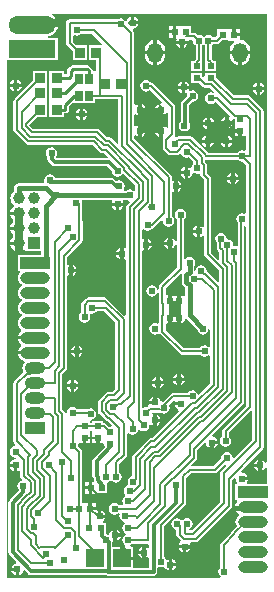
<source format=gbl>
%FSTAX23Y23*%
%MOIN*%
%SFA1B1*%

%IPPOS*%
%ADD13R,0.033470X0.037400*%
%ADD18R,0.019690X0.023620*%
%ADD19R,0.023620X0.019690*%
%ADD23R,0.060000X0.060000*%
%ADD39C,0.008000*%
%ADD40C,0.012000*%
%ADD41C,0.010000*%
%ADD42C,0.025000*%
%ADD43C,0.015000*%
%ADD45R,0.098430X0.039370*%
%ADD46O,0.098430X0.039370*%
%ADD47C,0.039370*%
%ADD48R,0.039370X0.039370*%
%ADD49R,0.068900X0.039370*%
%ADD50O,0.068900X0.039370*%
%ADD51O,0.051180X0.066930*%
%ADD52R,0.157480X0.059060*%
%ADD53O,0.157480X0.059060*%
%ADD54C,0.024000*%
%ADD55R,0.025590X0.033470*%
%ADD56R,0.041340X0.058070*%
%ADD57R,0.060040X0.060040*%
%ADD58R,0.070870X0.070870*%
%LNpowerpcb-1*%
%LPD*%
G36*
X00771Y-00488D02*
X00777Y-00492D01*
X00785Y-00494*
X00787Y-00493*
X00798Y-00504*
Y-00665*
X00793Y-00668*
X00792Y-00667*
X00785Y-00665*
X00777Y-00667*
X00771Y-00671*
X00767Y-00677*
X00765Y-00685*
X00767Y-00692*
X0077Y-00697*
Y-00773*
X00767Y-00775*
X00765Y-00775*
X00758Y-00774*
X00756Y-00771*
X00754Y-00764*
X0075Y-00758*
X00744Y-00754*
X00736Y-00752*
X00734Y-0075*
X00732Y-00742*
X00728Y-00736*
X00722Y-00732*
X00715Y-0073*
X00707Y-00732*
X00701Y-00736*
X00697Y-00742*
X00695Y-0075*
X00697Y-00757*
X00701Y-00763*
X00702Y-00764*
Y-00781*
Y-00781*
X00703Y-00783*
X00703Y-00785*
X00704Y-00787*
X00705Y-00789*
X00709Y-00793*
Y-00818*
X00705Y-0082*
X00681Y-00796*
Y-00549*
X0068Y-00545*
X00677Y-00541*
X00669Y-00533*
Y-00505*
X00668Y-00501*
X00665Y-00497*
X00662Y-00493*
X00662Y-00488*
X00665Y-00486*
X00769*
X00771Y-00488*
G37*
G36*
X00562Y-0129D02*
X00562Y-0129D01*
X00561Y-01292*
X0056Y-01294*
X0058*
Y-01305*
X0056*
X00561Y-01307*
X00565Y-01314*
X00572Y-01318*
X00573Y-01319*
X00575Y-01323*
X00485Y-01413*
X00482*
X00478Y-01414*
X00474Y-01417*
X00422Y-01469*
X00419Y-01473*
X00418Y-01477*
Y-01541*
X00416Y-01541*
X00409Y-01546*
X00405Y-01552*
X00404Y-01559*
X00405Y-01566*
X00405Y-01568*
X00403Y-01571*
X00402Y-01572*
X00396Y-01576*
X00392Y-01582*
X0039Y-0159*
X00392Y-01597*
X00395Y-01602*
X00396Y-01603*
X00394Y-01608*
X00391Y-01611*
X00387Y-01617*
X00385Y-01625*
X00387Y-01632*
X00388Y-01633*
X00385Y-01638*
X00375*
X00373Y-01636*
X00367Y-01632*
X0036Y-0163*
X00352Y-01632*
X00346Y-01636*
X00342Y-01642*
X0034Y-0165*
X00342Y-01657*
X00346Y-01663*
X00352Y-01667*
X0036Y-01669*
X00367Y-01667*
X00373Y-01663*
X00377Y-01666*
X00377Y-01667*
X00375Y-01675*
X00377Y-01682*
X00381Y-01688*
X00387Y-01692*
X00393Y-01694*
X00394Y-01699*
X00391Y-01701*
X00387Y-01707*
X00385Y-01715*
X00387Y-01722*
X00391Y-01728*
X00396Y-01732*
X00397Y-01734*
Y-01735*
X00396Y-01737*
X00391Y-01741*
X00387Y-01747*
X00385Y-01755*
X00387Y-01762*
X00391Y-01768*
X00396Y-01772*
X00395Y-01777*
X0039*
Y-01809*
X00422*
Y-01777*
X00414*
X00413Y-01772*
X00418Y-01768*
X0042Y-01766*
X00473*
X00476Y-01769*
Y-01778*
X00476Y-01778*
X00472Y-0178*
X00471Y-0178*
X00466Y-01777*
X00464Y-01776*
Y-01796*
Y-01815*
X00466Y-01814*
X00471Y-01811*
X00476Y-01813*
Y-01846*
X00422*
Y-0182*
X00385*
Y-01815*
X00379*
Y-01777*
X00353*
Y-01761*
X00356Y-01758*
Y-01738*
Y-01718*
X00354Y-01719*
X00347Y-01723*
X00343Y-0173*
X00342Y-01733*
X00337Y-01736*
X00334Y-01735*
X00332Y-01734*
Y-0172*
X00332Y-01719*
Y-01696*
X00323*
X00321Y-01691*
X00324Y-01689*
X00328Y-01682*
X00329Y-0168*
X0031*
Y-01675*
X00304*
Y-01655*
X00302Y-01656*
X00301Y-01656*
X003Y-01655*
X00279*
Y-0165*
X00273*
Y-0163*
X00261*
Y-0163*
X00257Y-01631*
X00256*
X00251*
Y-0146*
X0025Y-01456*
X00248Y-01452*
X00238Y-01442*
X00239Y-0144*
X00238Y-01436*
X00242Y-01432*
X00254*
Y-01414*
X00265*
Y-01432*
X00279*
Y-01396*
X00279*
X00278Y-01392*
Y-01391*
Y-01389*
X00283Y-01387*
X00286Y-0139*
Y-01391*
Y-01392*
X00285Y-01396*
X00285*
Y-01432*
X00299*
Y-01414*
X0031*
Y-01432*
X00321*
X00325Y-01434*
X00326Y-01436*
X00327Y-01442*
X00327Y-01443*
X0029Y-0148*
X00287Y-01484*
X00286Y-0149*
Y-0154*
X00287Y-01545*
X0029Y-01549*
X00291Y-0155*
Y-01555*
X00291Y-01556*
X00288Y-0156*
X00286*
Y-0158*
Y-01599*
X00298*
Y-01599*
X00302Y-01598*
X00336*
Y-01563*
X00337Y-01562*
X00343Y-01558*
X00345Y-01556*
X0035*
X00351Y-01558*
X00357Y-01562*
X00365Y-01564*
X00372Y-01562*
X00378Y-01558*
X00382Y-01552*
X00384Y-01545*
X00382Y-01537*
X00378Y-01531*
X00376Y-01529*
Y-01499*
X00397Y-01477*
X004Y-01474*
X00401Y-0147*
Y-014*
X00406Y-01398*
X00406Y-01398*
X00412Y-01402*
X0042Y-01404*
X00427Y-01402*
X00433Y-01398*
X00437Y-01392*
X00438Y-01387*
X0044Y-01387*
X00444Y-01386*
X00449Y-01389*
X00457Y-01391*
X00464Y-01389*
X0047Y-01385*
X00474Y-01379*
X00476Y-01372*
X00476Y-01371*
X00479Y-01369*
X0048Y-01369*
X00487Y-01373*
X00489Y-01374*
Y-01355*
Y-01335*
X00489Y-01335*
X00486Y-01332*
X00488Y-01329*
X00512*
X00512Y-01329*
X00517Y-01332*
X00525Y-01334*
X00532Y-01332*
X00538Y-01328*
X00542Y-01322*
X00544Y-01315*
X00542Y-01307*
X00541Y-01304*
X00558Y-01287*
X00562Y-0129*
G37*
G36*
X00581Y-01032D02*
X00583Y-01032D01*
X0059Y-01027*
X00594Y-01021*
X00595Y-01017*
X00596Y-01017*
X006Y-01016*
X00636Y-01051*
X00637Y-01057*
X00641Y-01063*
X00647Y-01067*
X00655Y-01069*
X00662Y-01067*
X00668Y-01063*
X00672Y-01057*
X00673Y-01052*
X00678Y-01053*
Y-01109*
X00673Y-01111*
X00673Y-01111*
X00667Y-01107*
X0066Y-01105*
X00652Y-01107*
X00646Y-01111*
X00644Y-01113*
X00589*
X0053Y-01054*
Y-01033*
X00535Y-01031*
X00536Y-01032*
X00538Y-01032*
Y-01013*
X0055*
Y-01032*
X00552Y-01032*
X00558Y-01027*
X00561*
X00567Y-01032*
X00569Y-01032*
Y-01013*
X00581*
Y-01032*
G37*
G36*
X00586Y-00866D02*
X00586Y-00867D01*
X00585Y-00872*
Y-00894*
X00586Y-009*
X00589Y-00905*
X00595Y-00911*
Y-0094*
X0059Y-00942*
X0059Y-00942*
X00583Y-00937*
X00581Y-00937*
Y-00956*
X00569*
Y-00937*
X00567Y-00937*
X00561Y-00942*
X00558*
X00552Y-00937*
X0055Y-00937*
Y-00956*
X00538*
Y-00937*
X00536Y-00937*
X00535Y-00938*
X0053Y-00936*
Y-00915*
X00582Y-00863*
X00586Y-00866*
G37*
G36*
X00402Y-00622D02*
X00408Y-00624D01*
X0041Y-00629*
X00402Y-00637*
X00399Y-0064*
X00398Y-00645*
Y-0078*
X00394Y-00782*
X00392Y-00781*
X0039Y-0078*
Y-008*
Y-00819*
X00392Y-00818*
X00394Y-00817*
X00398Y-00819*
Y-01004*
X00393Y-01006*
X00336Y-00949*
X00332Y-00946*
X00328Y-00945*
X00273*
X00268Y-00946*
X00265Y-00949*
X00252Y-00962*
X00249Y-00965*
X00248Y-0097*
Y-00994*
X00246Y-00996*
X00242Y-01002*
X0024Y-0101*
X00242Y-01017*
X00246Y-01023*
X00252Y-01027*
X0026Y-01029*
X00267Y-01027*
X00273Y-01023*
X00277Y-01017*
X00279Y-0101*
X00278Y-01003*
X00279Y-01001*
X00281Y-00998*
X00285Y-00999*
X00292Y-00997*
X00298Y-00993*
X003Y-00991*
X00325*
X00363Y-01029*
Y-0125*
X00353Y-0126*
X00339*
X00334Y-01261*
X00331Y-01264*
X00309Y-01286*
X00306Y-01289*
X00305Y-01294*
Y-01325*
X00306Y-0133*
X00309Y-01333*
X00331Y-01355*
X00334Y-01358*
X00338Y-01358*
X0035Y-01371*
X00348Y-01376*
X00345Y-01375*
X00342Y-01376*
X00333Y-01367*
X00329Y-01364*
X00325Y-01364*
X00323Y-01359*
Y-01358*
X00286*
Y-01364*
X00278*
Y-01359*
X00279Y-01357*
X0028Y-01354*
X00287Y-01352*
X00293Y-01348*
X00297Y-01342*
X00299Y-01335*
X00297Y-01327*
X00293Y-01321*
X00287Y-01317*
X0028Y-01315*
X00272Y-01317*
X0027Y-01318*
X00235*
X00233Y-01316*
X00227Y-01312*
X0022Y-0131*
X00212Y-01312*
X00206Y-01316*
X00202Y-01322*
X002Y-0133*
X00195Y-0133*
X00195Y-01329*
X00193Y-01325*
X00186Y-01318*
Y-012*
X00197Y-01189*
X002Y-01185*
X00201Y-01181*
Y-00875*
X00205Y-00872*
X00207Y-00873*
X00209Y-00874*
Y-00855*
Y-00835*
X00207Y-00836*
X00205Y-00837*
X00201Y-00835*
Y-00812*
X0025Y-00762*
X00253Y-00758*
X00254Y-00754*
Y-00692*
X00253Y-00687*
X00251Y-00684*
Y-00632*
X00251Y-00631*
X00251Y-0063*
Y-0063*
X0025Y-00625*
X0025Y-00625*
X0025Y-00624*
X00251Y-00621*
X00252Y-00619*
X0035*
X00352Y-00624*
X00351Y-00627*
X0035Y-00629*
X00389*
X00388Y-00627*
X00387Y-00624*
X00389Y-00619*
X00397*
X00402Y-00622*
G37*
G36*
X00798Y-00709D02*
Y-01306D01*
X00722Y-01383*
X00719Y-01386*
X00718Y-01391*
Y-01409*
X00716Y-01411*
X00712Y-01417*
X0071Y-01425*
X00712Y-01432*
X00716Y-01438*
X00722Y-01442*
X0073Y-01444*
X00737Y-01442*
X00743Y-01438*
X00747Y-01432*
X00749Y-01425*
X00747Y-01417*
X00743Y-01411*
X00741Y-01409*
Y-01395*
X00813Y-01323*
X00818Y-01325*
Y-0142*
X00759Y-0148*
X00753Y-01478*
X00752Y-01472*
X00748Y-01466*
X00742Y-01462*
X00735Y-0146*
X00727Y-01462*
X00721Y-01466*
X00717Y-01472*
X00715Y-0148*
X00716Y-01482*
X0069Y-01508*
X00618*
X00616Y-01504*
X00632Y-01487*
X00635Y-01484*
X00636Y-0148*
Y-01454*
X00659Y-01431*
X00665Y-01432*
X00666Y-01437*
X0067Y-01444*
X00677Y-01448*
X00679Y-01449*
Y-0143*
X00685*
Y-01424*
X00704*
X00703Y-01422*
X00699Y-01415*
X00692Y-01411*
X00687Y-0141*
X00686Y-01404*
X00788Y-01302*
X00791Y-01298*
X00791Y-01294*
Y-00858*
X00792Y-00858*
X00793Y-00853*
Y-00707*
X00793Y-00706*
X00798Y-00709*
G37*
G36*
X00868Y-01495D02*
X00867Y-01495D01*
X00863Y-01496*
X00859Y-0149*
X00852Y-01486*
X0085Y-01485*
Y-01505*
Y-01524*
X00852Y-01523*
X00859Y-01519*
X00863Y-01513*
X00867Y-01514*
X00868Y-01514*
Y-01568*
X00801*
X008Y-01563*
X00803Y-01557*
X00804Y-01555*
X00785*
Y-01544*
X00804*
X00803Y-01542*
X00799Y-01535*
X00792Y-01531*
X00785Y-01529*
X00784Y-01529*
X00782Y-01525*
X00853Y-01453*
X00856Y-01449*
X00857Y-01445*
Y-00323*
X00856Y-00319*
X00853Y-00315*
X00814Y-00276*
X0081Y-00273*
X00806Y-00272*
Y-00272*
X00758*
X00698Y-00212*
Y-00197*
X00661*
Y-00206*
X00656Y-0021*
X00655Y-0021*
X00653Y-00208*
Y-00197*
X00616*
Y-00231*
X00643*
X00655Y-00243*
X00659Y-00245*
X00663Y-00246*
X00678*
X00691Y-00259*
X0069Y-00261*
X00688Y-00263*
X00681Y-00262*
X00674Y-00263*
X00668Y-00268*
X00663Y-00274*
X00662Y-00281*
X00663Y-00289*
X00668Y-00295*
X00674Y-00299*
X00681Y-00301*
X00689Y-00299*
X00695Y-00295*
X00699Y-00295*
X00745Y-00341*
X00742Y-00345*
X00742Y-00345*
X0074Y-00344*
Y-00357*
X00753*
X00752Y-00356*
X00751Y-00353*
X00754Y-00349*
X00755Y-0035*
X0076Y-00351*
X0076Y-00356*
Y-00367*
X0076Y-00372*
X0076*
Y-00384*
X00779*
Y-0039*
X00785*
Y-00407*
X00798*
Y-00455*
X00793Y-00458*
X00792Y-00457*
X00785Y-00455*
X00777Y-00457*
X00771Y-00461*
X00769Y-00463*
X00672*
X00621Y-00412*
X00617Y-00409*
X00613Y-00408*
X00572*
X00568Y-00409*
X00564Y-00412*
X00563Y-00412*
X00562Y-00412*
X0056Y-00407*
X0056Y-00406*
X00561Y-00402*
Y-0031*
X0056Y-00305*
X00557Y-00302*
X00487Y-00232*
X00484Y-00229*
X0048Y-00228*
X00478Y-00226*
X00472Y-00222*
X00465Y-0022*
X00457Y-00222*
X00451Y-00226*
X00447Y-00232*
X00445Y-0024*
X00447Y-00247*
X00451Y-00253*
X00457Y-00257*
X00465Y-00259*
X00472Y-00257*
X00478Y-00254*
X00519Y-00294*
X00516Y-00299*
X00515Y-00299*
X00507Y-003*
X00501Y-00305*
X00496Y-00311*
X00496Y-00313*
X00515*
Y-00319*
X00521*
Y-00338*
X00523Y-00338*
X00529Y-00333*
X00531Y-00331*
X00537Y-0033*
X00538Y-00331*
Y-00378*
X00537Y-00379*
X00531Y-00378*
X00529Y-00376*
X00523Y-00371*
X00521Y-00371*
Y-0039*
Y-00411*
X00522Y-00414*
X00521Y-00416*
X0052Y-0042*
Y-00447*
X00521Y-00451*
X00523Y-00453*
X00524Y-00454*
X00537Y-00467*
X00539Y-00469*
X0054Y-0047*
X00542Y-0047*
X00545Y-00471*
X00568*
X00572Y-0047*
X00575Y-00467*
X00577Y-00466*
X0058Y-00467*
X00582Y-00468*
X00586Y-00474*
X00592Y-00478*
X006Y-00479*
X00607Y-00478*
X00607Y-00478*
X00623Y-00493*
Y-00499*
X00621Y-00501*
X00617Y-00507*
X00616Y-00511*
X0061Y-00513*
X00607Y-00511*
X00605Y-0051*
Y-0053*
Y-00549*
X00607Y-00548*
X00614Y-00544*
X00618Y-00537*
X00619Y-00533*
X00625Y-00531*
X00627Y-00532*
X00635Y-00534*
X00641Y-00533*
X00643Y-00533*
X00646Y-00535*
Y-00537*
X00647Y-00542*
X0065Y-00545*
X00658Y-00554*
Y-00708*
X00656Y-00709*
X00653Y-0071*
X00647Y-00706*
X00645Y-00705*
Y-00725*
Y-00744*
X00647Y-00743*
X00653Y-00739*
X00656Y-0074*
X00658Y-00741*
Y-00801*
X00659Y-00805*
X00662Y-00809*
X00708Y-00855*
Y-00891*
X00704Y-00893*
X0067Y-0086*
X00668Y-00858*
X00668Y-00858*
X00666Y-0085*
X00662Y-00844*
X00656Y-0084*
X00649Y-00838*
X00641Y-0084*
X00635Y-00844*
X00631Y-0085*
X00629Y-00857*
X00624Y-00856*
Y-00842*
X00627Y-00837*
X00629Y-0083*
X00627Y-00822*
X00623Y-00816*
X00617Y-00812*
X0061Y-0081*
X00602Y-00812*
X00596Y-00816*
X00596Y-00816*
X00591Y-00814*
Y-00685*
X00593Y-00683*
X00597Y-00677*
X00599Y-0067*
X00597Y-00662*
X00593Y-00656*
X00587Y-00652*
X0058Y-0065*
X00572Y-00652*
X00566Y-00656*
X00562Y-00662*
X0056Y-0067*
X00562Y-00677*
X00566Y-00683*
X00568Y-00685*
Y-00757*
X00563Y-00757*
X00563Y-00757*
X00559Y-0075*
X00552Y-00746*
X0055Y-00745*
Y-00765*
Y-00784*
X00552Y-00783*
X00559Y-00779*
X00563Y-00772*
X00563Y-00772*
X00568Y-00772*
Y-00845*
X00511Y-00902*
X00509Y-00906*
X00508Y-0091*
Y-00918*
X00503Y-00919*
X00502Y-00917*
X00498Y-00911*
X00492Y-00907*
X00485Y-00905*
X00477Y-00907*
X00471Y-00911*
X00467Y-00917*
X00465Y-00925*
X00467Y-00932*
X00471Y-00938*
X00477Y-00942*
X00485Y-00944*
X00492Y-00942*
X00498Y-00938*
X00502Y-00932*
X00503Y-0093*
X00508Y-00931*
Y-00964*
X00508Y-00966*
Y-01003*
X00508Y-01005*
Y-01005*
Y-0103*
X00503Y-01033*
X00502Y-01032*
X00495Y-0103*
X00487Y-01032*
X00481Y-01036*
X00477Y-01042*
X00475Y-0105*
X00477Y-01057*
X00481Y-01063*
X00487Y-01067*
X00495Y-01069*
X00502Y-01067*
X00504Y-01066*
X00511Y-01067*
X00577Y-01132*
X0058Y-01135*
X00585Y-01136*
X00644*
X00646Y-01138*
X00652Y-01142*
X0066Y-01144*
X00667Y-01142*
X00673Y-01138*
X00673Y-01138*
X00678Y-0114*
Y-01232*
X00642Y-01269*
X00639Y-01268*
X00637Y-01267*
X00633Y-01261*
X00627Y-01257*
X0062Y-01255*
X00612Y-01257*
X00606Y-01261*
X00604Y-01263*
X00555*
Y-01263*
X0055Y-01264*
X00547Y-01267*
X0052Y-01293*
X00514Y-01292*
X00513Y-01287*
X00509Y-0128*
X00502Y-01276*
X005Y-01275*
Y-01295*
X00495*
Y-013*
X00475*
X00476Y-01302*
X00476Y-01302*
X00473Y-01307*
X00472Y-01307*
X00469Y-0131*
X00467Y-01311*
X00465Y-0131*
X00457Y-01312*
X00456Y-01313*
X00451Y-0131*
Y-0079*
X00455Y-00787*
X00457Y-00788*
X00459Y-00789*
Y-0077*
Y-0075*
X00457Y-00751*
X00455Y-00752*
X00451Y-0075*
Y-0072*
X00456Y-00718*
X00456Y-00718*
X00462Y-00722*
X0047Y-00724*
X00477Y-00722*
X00483Y-00718*
X00485Y-00716*
X00489Y-00715*
X00492Y-00712*
X00515Y-00689*
X00521Y-00691*
X00522Y-00697*
X00526Y-00703*
X00532Y-00707*
X0054Y-00709*
X00547Y-00707*
X00553Y-00703*
X00557Y-00697*
X00559Y-0069*
X00557Y-00682*
X00553Y-00676*
X00551Y-00675*
Y-00595*
X00556Y-00593*
X00557Y-00593*
X00559Y-00594*
Y-00575*
Y-00555*
X00557Y-00556*
X00556Y-00556*
X00551Y-00554*
Y-00545*
X0055Y-00541*
X00548Y-00537*
X00426Y-00415*
Y-00407*
X00431Y-00405*
X00436Y-00409*
X00438Y-00409*
Y-0039*
Y-00371*
X00436Y-00371*
X00431Y-00375*
X00426Y-00373*
Y-00336*
X00431Y-00334*
X00436Y-00338*
X00438Y-00338*
Y-00319*
Y-003*
X00436Y-003*
X00431Y-00304*
X00426Y-00302*
Y-00065*
X00425Y-0006*
X00422Y-00057*
X00421Y-00055*
X00422Y-00049*
X00427Y-00048*
X00434Y-00044*
X00438Y-00037*
X00439Y-00035*
X0042*
Y-0003*
X00414*
Y-0001*
X00412Y-00011*
X00405Y-00015*
X00401Y-00022*
X00401Y-00023*
X00395Y-00024*
X00393Y-00021*
X00387Y-00017*
X0038Y-00015*
X00372Y-00017*
X0037Y-00018*
X0021*
X00205Y-00019*
X00202Y-00022*
X00199Y-00025*
X00198Y-0003*
Y-00097*
X00199Y-00102*
X00202Y-00105*
X0022Y-00124*
Y-00155*
X00267*
Y-00104*
X00232*
X00221Y-00093*
Y-00074*
X00226Y-00071*
X00227Y-00072*
X00235Y-00074*
X00242Y-00072*
X00248Y-00068*
X0025Y-00066*
X00285*
X00318Y-00099*
X00316Y-00104*
X00275*
Y-00155*
X00298*
Y-00188*
X00296Y-00192*
X00288*
Y-00191*
X00288Y-00187*
X00285Y-00183*
X00278Y-00176*
X00274Y-00173*
X0027Y-00172*
X0022*
X00215Y-00173*
X00211Y-00176*
X00206Y-00181*
X00203Y-00185*
X00202Y-0019*
Y-00202*
X0019*
Y-00189*
X00143*
Y-0024*
Y-0029*
Y-00294*
Y-00295*
Y-00345*
X0019*
Y-00332*
X00196*
X00201Y-00331*
X00205Y-00328*
X00208Y-00324*
X00209Y-0032*
Y-00308*
X00218Y-00298*
X00223Y-00297*
X00296*
Y-00284*
X00373*
Y-00431*
X00369Y-00433*
X00351Y-00415*
X00348Y-00413*
X00343Y-00412*
X00335*
X0031Y-00387*
X00306Y-00384*
X00302Y-00383*
Y-00383*
X00089*
X00076Y-00371*
X00102Y-00345*
X00135*
Y-00294*
Y-0029*
Y-00289*
Y-0024*
Y-00189*
X00088*
Y-00222*
X00085Y-00225*
X00082Y-00227*
X00027Y-00283*
X00024Y-00286*
X00023Y-00291*
Y-00387*
X00024Y-00391*
X00027Y-00395*
X00064Y-00432*
X00068Y-00435*
X00072Y-00436*
X00285*
X0031Y-00461*
X00314Y-00464*
X00318Y-00465*
X00326*
X00338Y-00476*
X00336Y-00481*
X00167*
X00164Y-00477*
X00167Y-00472*
X00169Y-00465*
X00167Y-00457*
X00163Y-00451*
X00157Y-00447*
X0015Y-00445*
X00142Y-00447*
X00136Y-00451*
X00132Y-00457*
X0013Y-00465*
X00132Y-00472*
X00136Y-00478*
X00136Y-00478*
Y-00485*
X00137Y-0049*
X0014Y-00494*
X0015Y-00504*
X00154Y-00507*
X0016Y-00508*
X00334*
X0035Y-00524*
X0035Y-00525*
X00352Y-00532*
X00356Y-00538*
X00362Y-00542*
X0037Y-00544*
X00377Y-00542*
X00383Y-00538*
X00385Y-00535*
X00392Y-00535*
X00428Y-00572*
Y-00589*
X00423Y-00591*
X00423Y-00591*
X00417Y-00587*
X0041Y-00585*
X00402Y-00587*
X00398Y-00589*
X00393Y-00589*
X00391Y-00584*
X00392Y-00582*
X00394Y-00575*
X00392Y-00567*
X00388Y-00561*
X00382Y-00557*
X00375Y-00555*
X00367Y-00557*
X00366Y-00557*
X00359Y-0055*
X00355Y-00547*
X0035Y-00546*
X00162*
X00158Y-00541*
X00152Y-00537*
X00145Y-00535*
X00137Y-00537*
X00131Y-00541*
X00127Y-00547*
X00125Y-00555*
X00126Y-0056*
X00123Y-00565*
X0004*
X00034Y-00566*
X00029Y-00569*
X00026Y-00574*
X00025Y-0058*
Y-00592*
X0002Y-00595*
X00016Y-00601*
X00014Y-00608*
X00013Y-00615*
X00014Y-00621*
X00016Y-00628*
X0002Y-00634*
X00024Y-00636*
X00024Y-00636*
X00024Y-00642*
X0002Y-00645*
X00015Y-00651*
X00013Y-00657*
X00012Y-00659*
X0004*
Y-0067*
X00012*
X00013Y-00672*
X00015Y-00678*
X0002Y-00684*
X00023Y-00686*
Y-00693*
X0002Y-00695*
X00015Y-00701*
X00013Y-00707*
X00012Y-00709*
X0004*
Y-0072*
X00012*
X00013Y-00722*
X00015Y-00728*
X0002Y-00734*
X00023Y-00736*
Y-00743*
X0002Y-00745*
X00015Y-00751*
X00013Y-00757*
X00012Y-00759*
X0004*
Y-00765*
X00045*
Y-00792*
X00047Y-00791*
X00053Y-00789*
X00058Y-00785*
X00063Y-00787*
Y-00791*
X00115*
Y-00803*
X00038*
Y-00856*
X00043*
X00045Y-00858*
X00045Y-00861*
X00042Y-00866*
X00039Y-00873*
X00038Y-0088*
X00039Y-00886*
X00042Y-00893*
X00046Y-00899*
X0005Y-00901*
X0005Y-00902*
Y-00907*
X0005Y-00908*
X00046Y-0091*
X00042Y-00916*
X00039Y-00923*
X00038Y-0093*
X00039Y-00936*
X00042Y-00943*
X00046Y-00949*
X0005Y-00951*
X0005Y-00952*
Y-00957*
X0005Y-00958*
X00046Y-0096*
X00042Y-00966*
X00039Y-00973*
X00038Y-0098*
X00039Y-00986*
X00042Y-00993*
X00046Y-00999*
X0005Y-01001*
X0005Y-01002*
Y-01007*
X0005Y-01008*
X00046Y-0101*
X00042Y-01016*
X00039Y-01023*
X00038Y-0103*
X00039Y-01036*
X00042Y-01043*
X00046Y-01049*
X00049Y-01051*
X00049Y-01051*
X00049Y-01057*
X00045Y-0106*
X00041Y-01066*
X00038Y-01072*
X00038Y-01074*
X00095*
Y-01085*
X00038*
X00038Y-01087*
X00041Y-01093*
X00045Y-01099*
X00048Y-01101*
Y-01108*
X00045Y-0111*
X00041Y-01116*
X00038Y-01122*
X00038Y-01124*
X00095*
Y-01135*
X00038*
X00038Y-01137*
X00041Y-01143*
X00045Y-01149*
X00051Y-01154*
X00058Y-01156*
X00058Y-01156*
X0006Y-01162*
X00056Y-01166*
X00054Y-01173*
X00053Y-0118*
X00054Y-01186*
X00056Y-01193*
X00057Y-01193*
X00026Y-01224*
X00024Y-01228*
X00023Y-01232*
Y-01425*
X00024Y-01429*
X00026Y-01433*
X00029Y-01435*
X00027Y-01441*
X00022Y-01442*
X00016Y-01446*
X00012Y-01452*
X0001Y-0146*
X00012Y-01467*
X00016Y-01473*
X00022Y-01477*
X00029Y-01479*
X0003Y-01479*
X0003Y-01479*
X0003Y-0148*
X00027Y-01485*
X00022Y-01486*
X00015Y-0149*
X00011Y-01497*
X0001Y-01499*
X0003*
Y-01505*
X00035*
Y-01524*
X00037Y-01523*
X0004Y-01521*
X00045Y-01524*
Y-01539*
X00046Y-01543*
X00049Y-01547*
X00052Y-0155*
X00051Y-01556*
X00047Y-01557*
X00041Y-01561*
X00037Y-01567*
X00035Y-01575*
X00037Y-01582*
X00041Y-01588*
X00038Y-01592*
X0001Y-0162*
X00007Y-01624*
X00006Y-01629*
Y-01795*
X00007Y-018*
X0001Y-01804*
X00033Y-01827*
X00031Y-01832*
X00028Y-01833*
X00021Y-01837*
X00017Y-01844*
X00016Y-01846*
X00036*
Y-01852*
X00041*
Y-01871*
X00043Y-0187*
X0005Y-01866*
X00054Y-01859*
X00055Y-01856*
X0006Y-01854*
X00072Y-01866*
X00076Y-01869*
X00082Y-0187*
X00254*
X00259Y-01871*
X0033*
X0033Y-01871*
X00331Y-01872*
X00337Y-01873*
X0049*
X00495Y-01872*
X00499Y-01869*
X00502Y-01865*
X00503Y-0186*
Y-01846*
X00505Y-01845*
X00508Y-01844*
X00515Y-01845*
X00522Y-01844*
X00522Y-01844*
X00528Y-01846*
X00531Y-01851*
X00538Y-01855*
X0054Y-01856*
Y-01837*
Y-01817*
X00538Y-01818*
X00535Y-0182*
X00532Y-01819*
X00528Y-01812*
X00526Y-01811*
Y-01708*
X00595Y-01638*
X00598Y-01635*
X00599Y-01631*
Y-01546*
X00614Y-01531*
X00695*
X00699Y-0153*
X00702Y-01527*
X00728Y-01501*
X00729Y-01502*
X00731Y-01507*
X00717Y-01522*
X00714Y-01525*
X00713Y-0153*
Y-01627*
X00618Y-01722*
X0061*
X00609Y-01718*
X00609Y-01717*
X00615Y-01713*
X00619Y-01707*
X00621Y-017*
X00619Y-01692*
X00615Y-01686*
X00609Y-01682*
X00602Y-0168*
X00594Y-01682*
X00588Y-01686*
X00587Y-01687*
X00582*
X00576Y-01683*
X00569Y-01681*
X00561Y-01683*
X00555Y-01687*
X00551Y-01693*
X00549Y-01701*
X00551Y-01708*
X00555Y-01714*
X00561Y-01718*
X00566Y-01719*
Y-01736*
X00567Y-0174*
X0057Y-01744*
X0058Y-01755*
X00579Y-01761*
X00579Y-01761*
X00575Y-01768*
X00574Y-0177*
X00613*
X00612Y-01768*
X00611Y-01766*
X00614Y-01761*
X0063*
X00634Y-0176*
X00637Y-01757*
X00748Y-01646*
X00751Y-01643*
X00752Y-01639*
Y-01555*
X0076Y-01547*
X00764Y-01549*
X00764Y-0155*
X00766Y-01557*
X00769Y-01563*
X00768Y-01568*
X00763*
Y-01621*
X00767*
X00769Y-01626*
X00766Y-01631*
X00763Y-01637*
X00763Y-01639*
X0082*
Y-0165*
X00763*
X00763Y-01652*
X00766Y-01658*
X0077Y-01664*
X00774Y-01667*
X00774Y-01673*
X00774Y-01673*
X00771Y-01675*
X00767Y-01681*
X00764Y-01688*
X00763Y-01695*
X00764Y-01701*
X00767Y-01708*
X00767Y-01708*
X00751Y-01724*
X00749Y-01728*
X00749Y-0173*
X00717Y-01762*
X00714Y-01765*
X00713Y-0177*
Y-01844*
X00711Y-01846*
X00707Y-01852*
X00705Y-0186*
X00707Y-01867*
X00711Y-01873*
X00714Y-01875*
X00713Y-0188*
X0*
Y-00153*
X0017*
Y-0008*
X00138*
X00138Y-00075*
X00143Y-00074*
X00153Y-0007*
X0016Y-00064*
X00166Y-00057*
X0017Y-00047*
X00171Y-00044*
X00085*
Y-00032*
X00171*
X0017Y-00028*
X00166Y-00019*
X0016Y-00011*
X00153Y-00005*
X00151Y-00005*
X00152Y0*
X00868*
Y-01495*
G37*
%LNpowerpcb-2*%
%LPC*%
G36*
X00379Y-00805D02*
X00365D01*
X00366Y-00807*
X0037Y-00814*
X00377Y-00818*
X00379Y-00819*
Y-00805*
G37*
G36*
X00234Y-0086D02*
X0022D01*
Y-00874*
X00222Y-00873*
X00229Y-00869*
X00233Y-00862*
X00234Y-0086*
G37*
G36*
X0022Y-00835D02*
Y-00849D01*
X00234*
X00233Y-00847*
X00229Y-0084*
X00222Y-00836*
X0022Y-00835*
G37*
G36*
X0058Y-012D02*
Y-01214D01*
X00594*
X00593Y-01212*
X00589Y-01205*
X00582Y-01201*
X0058Y-012*
G37*
G36*
X00569D02*
X00567Y-01201D01*
X0056Y-01205*
X00556Y-01212*
X00555Y-01214*
X00569*
Y-012*
G37*
G36*
X0051Y-0121D02*
Y-01224D01*
X00524*
X00523Y-01222*
X00519Y-01215*
X00512Y-01211*
X0051Y-0121*
G37*
G36*
X00229Y-0113D02*
X00215D01*
X00216Y-01132*
X0022Y-01139*
X00227Y-01143*
X00229Y-01144*
Y-0113*
G37*
G36*
X0024Y-01105D02*
Y-01119D01*
X00254*
X00253Y-01117*
X00249Y-0111*
X00242Y-01106*
X0024Y-01105*
G37*
G36*
X00229D02*
X00227Y-01106D01*
X0022Y-0111*
X00216Y-01117*
X00215Y-01119*
X00229*
Y-01105*
G37*
G36*
X00254Y-0113D02*
X0024D01*
Y-01144*
X00242Y-01143*
X00249Y-01139*
X00253Y-01132*
X00254Y-0113*
G37*
G36*
X00389Y-0064D02*
X00375D01*
Y-00654*
X00377Y-00653*
X00384Y-00649*
X00388Y-00642*
X00389Y-0064*
G37*
G36*
X00364D02*
X0035D01*
X00351Y-00642*
X00355Y-00649*
X00362Y-00653*
X00364Y-00654*
Y-0064*
G37*
G36*
X00634Y-00705D02*
X00632Y-00706D01*
X00625Y-0071*
X00621Y-00717*
X0062Y-00719*
X00634*
Y-00705*
G37*
G36*
X00584Y-0058D02*
X0057D01*
Y-00594*
X00572Y-00593*
X00579Y-00589*
X00583Y-00582*
X00584Y-0058*
G37*
G36*
X00774Y-00555D02*
X0076D01*
Y-00569*
X00762Y-00568*
X00769Y-00564*
X00773Y-00557*
X00774Y-00555*
G37*
G36*
X00749D02*
X00735D01*
X00736Y-00557*
X0074Y-00564*
X00747Y-00568*
X00749Y-00569*
Y-00555*
G37*
G36*
X0057D02*
Y-00569D01*
X00584*
X00583Y-00567*
X00579Y-0056*
X00572Y-00556*
X0057Y-00555*
G37*
G36*
X00484Y-00775D02*
X0047D01*
Y-00789*
X00472Y-00788*
X00479Y-00784*
X00483Y-00777*
X00484Y-00775*
G37*
G36*
X00034Y-0077D02*
X00012D01*
X00013Y-00772*
X00015Y-00778*
X0002Y-00784*
X00026Y-00789*
X00032Y-00791*
X00034Y-00792*
Y-0077*
G37*
G36*
X00379Y-0078D02*
X00377Y-00781D01*
X0037Y-00785*
X00366Y-00792*
X00365Y-00794*
X00379*
Y-0078*
G37*
G36*
X00539Y-0077D02*
X00525D01*
X00526Y-00772*
X0053Y-00779*
X00537Y-00783*
X00539Y-00784*
Y-0077*
G37*
G36*
X00634Y-0073D02*
X0062D01*
X00621Y-00732*
X00625Y-00739*
X00632Y-00743*
X00634Y-00744*
Y-0073*
G37*
G36*
X00539Y-00745D02*
X00537Y-00746D01*
X0053Y-0075*
X00526Y-00757*
X00525Y-00759*
X00539*
Y-00745*
G37*
G36*
X0047Y-0075D02*
Y-00764D01*
X00484*
X00483Y-00762*
X00479Y-00755*
X00472Y-00751*
X0047Y-0075*
G37*
G36*
X00499Y-0121D02*
X00497Y-01211D01*
X0049Y-01215*
X00486Y-01222*
X00485Y-01224*
X00499*
Y-0121*
G37*
G36*
X00315Y-01655D02*
Y-01669D01*
X00329*
X00328Y-01667*
X00324Y-0166*
X00317Y-01656*
X00315Y-01655*
G37*
G36*
X00367Y-01718D02*
Y-01732D01*
X00381*
X0038Y-0173*
X00376Y-01723*
X00369Y-01719*
X00367Y-01718*
G37*
G36*
X00381Y-01743D02*
X00367D01*
Y-01757*
X00369Y-01756*
X00376Y-01752*
X0038Y-01745*
X00381Y-01743*
G37*
G36*
X00297Y-0163D02*
X00285D01*
Y-01644*
X00297*
Y-0163*
G37*
G36*
X00839Y-0151D02*
X00825D01*
X00826Y-01512*
X0083Y-01519*
X00837Y-01523*
X00839Y-01524*
Y-0151*
G37*
G36*
X00274Y-0156D02*
X00262D01*
Y-01574*
X00274*
Y-0156*
G37*
G36*
Y-01585D02*
X00262D01*
Y-01599*
X00274*
Y-01585*
G37*
G36*
X00551Y-01817D02*
Y-01831D01*
X00565*
X00564Y-01829*
X0056Y-01822*
X00553Y-01818*
X00551Y-01817*
G37*
G36*
X00565Y-01842D02*
X00551D01*
Y-01856*
X00553Y-01855*
X0056Y-01851*
X00564Y-01844*
X00565Y-01842*
G37*
G36*
X0003Y-01857D02*
X00016D01*
X00017Y-01859*
X00021Y-01866*
X00028Y-0187*
X0003Y-01871*
Y-01857*
G37*
G36*
X00453Y-01801D02*
X00439D01*
X0044Y-01803*
X00444Y-0181*
X00451Y-01814*
X00453Y-01815*
Y-01801*
G37*
G36*
Y-01776D02*
X00451Y-01777D01*
X00444Y-01781*
X0044Y-01788*
X00439Y-0179*
X00453*
Y-01776*
G37*
G36*
X00613Y-01781D02*
X00599D01*
Y-01795*
X00601Y-01794*
X00608Y-0179*
X00612Y-01783*
X00613Y-01781*
G37*
G36*
X00588D02*
X00574D01*
X00575Y-01783*
X00579Y-0179*
X00586Y-01794*
X00588Y-01795*
Y-01781*
G37*
G36*
X00524Y-01235D02*
X0051D01*
Y-01249*
X00512Y-01248*
X00519Y-01244*
X00523Y-01237*
X00524Y-01235*
G37*
G36*
X00499D02*
X00485D01*
X00486Y-01237*
X0049Y-01244*
X00497Y-01248*
X00499Y-01249*
Y-01235*
G37*
G36*
X00239Y-01245D02*
X00225D01*
Y-01259*
X00227Y-01258*
X00234Y-01254*
X00238Y-01247*
X00239Y-01245*
G37*
G36*
X00569Y-01225D02*
X00555D01*
X00556Y-01227*
X0056Y-01234*
X00567Y-01238*
X00569Y-01239*
Y-01225*
G37*
G36*
X00225Y-0122D02*
Y-01234D01*
X00239*
X00238Y-01232*
X00234Y-01225*
X00227Y-01221*
X00225Y-0122*
G37*
G36*
X00214D02*
X00212Y-01221D01*
X00205Y-01225*
X00201Y-01232*
X002Y-01234*
X00214*
Y-0122*
G37*
G36*
X00594Y-01225D02*
X0058D01*
Y-01239*
X00582Y-01238*
X00589Y-01234*
X00593Y-01227*
X00594Y-01225*
G37*
G36*
X00704Y-01435D02*
X0069D01*
Y-01449*
X00692Y-01448*
X00699Y-01444*
X00703Y-01437*
X00704Y-01435*
G37*
G36*
X00839Y-01485D02*
X00837Y-01486D01*
X0083Y-0149*
X00826Y-01497*
X00825Y-01499*
X00839*
Y-01485*
G37*
G36*
X00024Y-0151D02*
X0001D01*
X00011Y-01512*
X00015Y-01519*
X00022Y-01523*
X00024Y-01524*
Y-0151*
G37*
G36*
X00514Y-0136D02*
X005D01*
Y-01374*
X00502Y-01373*
X00509Y-01369*
X00513Y-01362*
X00514Y-0136*
G37*
G36*
X00214Y-01245D02*
X002D01*
X00201Y-01247*
X00205Y-01254*
X00212Y-01258*
X00214Y-01259*
Y-01245*
G37*
G36*
X00489Y-01275D02*
X00487Y-01276D01*
X0048Y-0128*
X00476Y-01287*
X00475Y-01289*
X00489*
Y-01275*
G37*
G36*
X005Y-01335D02*
Y-01349D01*
X00514*
X00513Y-01347*
X00509Y-0134*
X00502Y-01336*
X005Y-01335*
G37*
G36*
X0005Y-00245D02*
X00036D01*
Y-00258*
X00038Y-00257*
X00045Y-00253*
X00049Y-00246*
X0005Y-00245*
G37*
G36*
X00025D02*
X00011D01*
X00012Y-00246*
X00016Y-00253*
X00023Y-00257*
X00025Y-00258*
Y-00245*
G37*
G36*
X00584Y-0025D02*
X0057D01*
X00571Y-00252*
X00575Y-00259*
X00582Y-00263*
X00584Y-00264*
Y-0025*
G37*
G36*
X00834Y-0023D02*
X00832Y-00231D01*
X00825Y-00235*
X00821Y-00242*
X0082Y-00244*
X00834*
Y-0023*
G37*
G36*
X00595Y-00225D02*
Y-00239D01*
X00609*
X00608Y-00237*
X00604Y-0023*
X00597Y-00226*
X00595Y-00225*
G37*
G36*
X00584D02*
X00582Y-00226D01*
X00575Y-0023*
X00571Y-00237*
X0057Y-00239*
X00584*
Y-00225*
G37*
G36*
X00845Y-0023D02*
Y-00244D01*
X00859*
X00858Y-00242*
X00854Y-00235*
X00847Y-00231*
X00845Y-0023*
G37*
G36*
X00859Y-00255D02*
X00845D01*
Y-00269*
X00847Y-00268*
X00854Y-00264*
X00858Y-00257*
X00859Y-00255*
G37*
G36*
X00244Y-00315D02*
X00242Y-00316D01*
X00235Y-0032*
X00231Y-00327*
X0023Y-00329*
X00244*
Y-00315*
G37*
G36*
X00509Y-00325D02*
X00496D01*
X00496Y-00327*
X00501Y-00333*
X00507Y-00338*
X00509Y-00338*
Y-00325*
G37*
G36*
X00463D02*
X0045D01*
Y-00338*
X00452Y-00338*
X00458Y-00333*
X00463Y-00327*
X00463Y-00325*
G37*
G36*
X00255Y-00315D02*
Y-00329D01*
X00269*
X00268Y-00327*
X00264Y-0032*
X00257Y-00316*
X00255Y-00315*
G37*
G36*
X00834Y-00255D02*
X0082D01*
X00821Y-00257*
X00825Y-00264*
X00832Y-00268*
X00834Y-00269*
Y-00255*
G37*
G36*
X00609Y-0025D02*
X00595D01*
Y-00264*
X00597Y-00263*
X00599Y-00262*
X00603Y-00266*
X00602Y-00267*
X006Y-00275*
X006Y-00275*
X00585Y-0029*
X00582Y-00294*
X00581Y-003*
Y-00358*
X00579Y-00359*
X00575Y-00366*
X00574Y-00373*
X00575Y-0038*
X00579Y-00387*
X00586Y-00391*
X00593Y-00392*
X006Y-00391*
X00607Y-00387*
X00611Y-0038*
X00612Y-00373*
X00611Y-00366*
X00608Y-00361*
Y-00305*
X00619Y-00294*
X0062Y-00294*
X00627Y-00292*
X00633Y-00288*
X00637Y-00282*
X00639Y-00275*
X00637Y-00267*
X00633Y-00261*
X00627Y-00257*
X0062Y-00255*
X00612Y-00257*
X00611Y-00258*
X00607Y-00254*
X00608Y-00252*
X00609Y-0025*
G37*
G36*
X0045Y-003D02*
Y-00313D01*
X00463*
X00463Y-00311*
X00458Y-00305*
X00452Y-003*
X0045Y-003*
G37*
G36*
X00604Y-001D02*
X0059D01*
Y-00114*
X00592Y-00113*
X00599Y-00109*
X00603Y-00102*
X00604Y-001*
G37*
G36*
X00579D02*
X00565D01*
X00566Y-00102*
X0057Y-00109*
X00577Y-00113*
X00579Y-00114*
Y-001*
G37*
G36*
X00578Y-0004D02*
X00566D01*
Y-0006*
Y-00081*
X00567Y-00084*
X00566Y-00087*
X00565Y-00089*
X00606*
X00608Y-00086*
X00617*
X00622Y-0009*
X00623Y-00097*
X00627Y-00103*
X0063Y-00105*
Y-0015*
X00627Y-00153*
X00624Y-00157*
X00624Y-00158*
X00616*
Y-00192*
X00653*
Y-00163*
Y-00158*
X00652Y-00154*
Y-0015*
Y-00105*
X00654Y-00104*
X00657Y-00103*
X0066Y-00104*
X00662Y-00105*
Y-0015*
Y-00154*
X00661Y-00158*
Y-00163*
Y-00192*
X00698*
Y-00158*
X0069*
X0069Y-00157*
X00687Y-00153*
X00684Y-0015*
Y-00105*
X00687Y-00103*
X00688Y-00101*
X007*
X00704Y-001*
X00708Y-00097*
X00717Y-00088*
X00736*
X00737*
X00741Y-00089*
Y-00089*
X00757*
X00758Y-00094*
X00755Y-00097*
X00749Y-00104*
X00746Y-00112*
X00745Y-00121*
Y-00123*
X00812*
Y-00121*
X00811Y-00112*
X00808Y-00104*
X00803Y-00097*
X00796Y-00092*
X00787Y-00088*
X00779Y-00087*
X00777Y-00085*
Y-00075*
X00759*
Y-0007*
X00753*
Y-0005*
X00741*
Y-0005*
X00737Y-00051*
X00736*
X00703*
Y-0007*
X00695Y-00078*
X00688*
X00687Y-00076*
X0068Y-00072*
X00673Y-0007*
X00666Y-00072*
X0066Y-00075*
X00657Y-00076*
X00654Y-00075*
X00648Y-00072*
X00641Y-0007*
X00638Y-00071*
X00634Y-00067*
X0063Y-00064*
X00626Y-00063*
X00616*
Y-00041*
X00582*
X00578Y-0004*
Y-0004*
G37*
G36*
X00554Y-00065D02*
X00542D01*
Y-00079*
X00554*
Y-00065*
G37*
G36*
X00425Y-0001D02*
Y-00024D01*
X00439*
X00438Y-00022*
X00434Y-00015*
X00427Y-00011*
X00425Y-0001*
G37*
G36*
X00554Y-0004D02*
X00542D01*
Y-00054*
X00554*
Y-0004*
G37*
G36*
X00777Y-0005D02*
X00765D01*
Y-00064*
X00777*
Y-0005*
G37*
G36*
X00501Y-00088D02*
Y-00123D01*
X00529*
Y-00121*
X00528Y-00112*
X00524Y-00104*
X00519Y-00097*
X00512Y-00092*
X00504Y-00088*
X00501Y-00088*
G37*
G36*
X00489Y-00135D02*
X00461D01*
Y-00137*
X00463Y-00145*
X00466Y-00153*
X00471Y-0016*
X00478Y-00166*
X00486Y-00169*
X00489Y-00169*
Y-00135*
G37*
G36*
X00036Y-0022D02*
Y-00233D01*
X0005*
X00049Y-00231*
X00045Y-00224*
X00038Y-0022*
X00036Y-0022*
G37*
G36*
X00025D02*
X00023Y-0022D01*
X00016Y-00224*
X00012Y-00231*
X00011Y-00233*
X00025*
Y-0022*
G37*
G36*
X00529Y-00135D02*
X00501D01*
Y-00169*
X00504Y-00169*
X00512Y-00166*
X00519Y-0016*
X00524Y-00153*
X00528Y-00145*
X00529Y-00137*
Y-00135*
G37*
G36*
X00489Y-00088D02*
X00486Y-00088D01*
X00478Y-00092*
X00471Y-00097*
X00466Y-00104*
X00463Y-00112*
X00461Y-00121*
Y-00123*
X00489*
Y-00088*
G37*
G36*
X00812Y-00135D02*
X00785D01*
Y-00169*
X00787Y-00169*
X00796Y-00166*
X00803Y-0016*
X00808Y-00153*
X00811Y-00145*
X00812Y-00137*
Y-00135*
G37*
G36*
X00773D02*
X00745D01*
Y-00137*
X00746Y-00145*
X00749Y-00153*
X00755Y-0016*
X00762Y-00166*
X0077Y-00169*
X00773Y-00169*
Y-00135*
G37*
G36*
X00739Y-00406D02*
Y-00419D01*
X00752*
X00751Y-00418*
X00747Y-00411*
X00741Y-00407*
X00739Y-00406*
G37*
G36*
X00721Y-004D02*
X00708D01*
Y-00413*
X0071Y-00413*
X00713Y-0041*
X00716Y-00414*
X00714Y-00418*
X00714Y-00419*
X00727*
Y-00406*
X00725Y-00407*
X00722Y-00409*
X00718Y-00405*
X00721Y-00402*
X00721Y-004*
G37*
G36*
X00665Y-00406D02*
X00663Y-00407D01*
X00656Y-00411*
X00652Y-00418*
X00652Y-00419*
X00665*
Y-00406*
G37*
G36*
X00463Y-00396D02*
X0045D01*
Y-00409*
X00452Y-00409*
X00458Y-00404*
X00463Y-00398*
X00463Y-00396*
G37*
G36*
X00773Y-00396D02*
X0076D01*
Y-00407*
X00773*
Y-00396*
G37*
G36*
X00696Y-004D02*
X00683D01*
X00683Y-00402*
X00686Y-00405*
X00682Y-00409*
X00679Y-00407*
X00677Y-00406*
Y-00419*
X0069*
X00689Y-00418*
X00687Y-00414*
X00691Y-0041*
X00694Y-00413*
X00696Y-00413*
Y-004*
G37*
G36*
X00509Y-00396D02*
X00496D01*
X00496Y-00398*
X00501Y-00404*
X00507Y-00409*
X00509Y-00409*
Y-00396*
G37*
G36*
X00752Y-00431D02*
X00739D01*
Y-00444*
X00741Y-00444*
X00747Y-0044*
X00751Y-00433*
X00752Y-00431*
G37*
G36*
X0076Y-0053D02*
Y-00544D01*
X00774*
X00773Y-00542*
X00769Y-00535*
X00762Y-00531*
X0076Y-0053*
G37*
G36*
X00749D02*
X00747Y-00531D01*
X0074Y-00535*
X00736Y-00542*
X00735Y-00544*
X00749*
Y-0053*
G37*
G36*
X00594Y-00535D02*
X0058D01*
X00581Y-00537*
X00585Y-00544*
X00592Y-00548*
X00594Y-00549*
Y-00535*
G37*
G36*
Y-0051D02*
X00592Y-00511D01*
X00585Y-00515*
X00581Y-00522*
X0058Y-00524*
X00594*
Y-0051*
G37*
G36*
X00727Y-00431D02*
X00714D01*
X00714Y-00433*
X00718Y-0044*
X00725Y-00444*
X00727Y-00444*
Y-00431*
G37*
G36*
X0069D02*
X00677D01*
Y-00444*
X00679Y-00444*
X00685Y-0044*
X00689Y-00433*
X0069Y-00431*
G37*
G36*
X00665D02*
X00652D01*
X00652Y-00433*
X00656Y-0044*
X00663Y-00444*
X00665Y-00444*
Y-00431*
G37*
G36*
X00728Y-00344D02*
X00726Y-00345D01*
X00719Y-00349*
X00715Y-00356*
X00715Y-00357*
X00728*
Y-00344*
G37*
G36*
X00679Y-00346D02*
Y-00359D01*
X00692*
X00691Y-00358*
X00687Y-00351*
X0068Y-00347*
X00679Y-00346*
G37*
G36*
X00667D02*
X00665Y-00347D01*
X00658Y-00351*
X00654Y-00358*
X00654Y-00359*
X00667*
Y-00346*
G37*
G36*
X00244Y-0034D02*
X0023D01*
X00231Y-00342*
X00235Y-00349*
X00242Y-00353*
X00244Y-00354*
Y-0034*
G37*
G36*
X00485Y-00335D02*
Y-00349D01*
X00499*
X00498Y-00347*
X00494Y-0034*
X00487Y-00336*
X00485Y-00335*
G37*
G36*
X00474D02*
X00472Y-00336D01*
X00465Y-0034*
X00461Y-00347*
X0046Y-00349*
X00474*
Y-00335*
G37*
G36*
X00269Y-0034D02*
X00255D01*
Y-00354*
X00257Y-00353*
X00264Y-00349*
X00268Y-00342*
X00269Y-0034*
G37*
G36*
X00499Y-0036D02*
X00485D01*
Y-00374*
X00487Y-00373*
X00494Y-00369*
X00498Y-00362*
X00499Y-0036*
G37*
G36*
X0045Y-00371D02*
Y-00384D01*
X00463*
X00463Y-00382*
X00458Y-00376*
X00452Y-00371*
X0045Y-00371*
G37*
G36*
X00667Y-00371D02*
X00654D01*
X00654Y-00373*
X00658Y-0038*
X00665Y-00384*
X00667Y-00384*
Y-00371*
G37*
G36*
X00692D02*
X00679D01*
Y-00384*
X00679Y-00384*
X00682Y-00388*
X00683Y-00388*
X00696*
Y-00375*
X00696Y-00375*
X00692Y-00371*
X00692Y-00371*
G37*
G36*
X00509Y-00371D02*
X00507Y-00371D01*
X00501Y-00376*
X00496Y-00382*
X00496Y-00384*
X00509*
Y-00371*
G37*
G36*
X00474Y-0036D02*
X0046D01*
X00461Y-00362*
X00465Y-00369*
X00472Y-00373*
X00474Y-00374*
Y-0036*
G37*
G36*
X00728Y-00369D02*
X00715D01*
X00715Y-00371*
X00717Y-00374*
X00713Y-00378*
X0071Y-00375*
X00708Y-00375*
Y-00388*
X00721*
X00721Y-00386*
X00719Y-00383*
X00722Y-0038*
X00726Y-00382*
X00728Y-00382*
Y-00369*
G37*
G36*
X00753D02*
X0074D01*
Y-00382*
X00742Y-00382*
X00748Y-00378*
X00752Y-00371*
X00753Y-00369*
G37*
%LNpowerpcb-3*%
%LPD*%
G54D13*
X00382Y-00235D03*
X00327D03*
X00244Y-0013D03*
X00299D03*
X00112Y-00215D03*
X00167D03*
X00112Y-00265D03*
X00167D03*
X00112Y-0032D03*
X00167D03*
G54D18*
X00315Y-01715D03*
X00276D03*
X0072Y-0007D03*
X00759D03*
X00599Y-0006D03*
X0056D03*
X0028Y-0158D03*
X00319D03*
X00279Y-0165D03*
X0024D03*
G54D19*
X00779Y-0039D03*
Y-0035D03*
X00635Y-00214D03*
Y-00175D03*
X0068Y-00214D03*
Y-00175D03*
X00305Y-01414D03*
Y-01375D03*
X0026Y-01414D03*
Y-01375D03*
G54D23*
X00295Y-01815D03*
X00385D03*
G54D39*
X00649Y-00858D02*
X00659Y-00868D01*
X00663*
X00626Y-00883D02*
X00653D01*
X0069Y-0092*
X00515Y-01704D02*
X00588Y-01631D01*
X00515Y-01826D02*
Y-01704D01*
X00185Y-0146D02*
Y-01416D01*
X00185Y-01416*
Y-01333*
X00175Y-01323D02*
X00185Y-01333D01*
X00175Y-01323D02*
Y-01196D01*
X0016Y-01329D02*
Y-01281D01*
Y-01329D02*
X0017Y-01339D01*
Y-0141D02*
Y-01339D01*
X0017Y-0141D02*
X0017Y-0141D01*
X0017Y-0143D02*
Y-0141D01*
X00155Y-01404D02*
Y-01345D01*
X00145Y-01335D02*
X00155Y-01345D01*
X00037Y-01787D02*
X00081Y-01832D01*
X00082Y-01674D02*
X00092Y-01684D01*
X00067Y-01699D02*
Y-01649D01*
Y-01699D02*
D01*
X00052Y-01724D02*
X00082Y-01754D01*
Y-0176D02*
Y-01754D01*
X00052Y-01693D02*
Y-01643D01*
Y-01693D02*
D01*
X00037Y-01787D02*
Y-01687D01*
Y-01636*
X00052Y-01724D02*
Y-01693D01*
X00089Y-01732D02*
X00097Y-01739D01*
X0008Y-01732D02*
X00089D01*
X00067Y-01718D02*
X0008Y-01732D01*
X00067Y-01718D02*
Y-01699D01*
X0009Y-01709D02*
Y-01686D01*
X00092Y-01684*
X00037Y-01636D02*
X00063Y-0161D01*
X0008Y-01593*
Y-01562*
X00052Y-01643D02*
X00069Y-01625D01*
X00095Y-016*
X00067Y-01649D02*
X00075Y-0164D01*
X0011Y-01606*
X00081Y-01832D02*
X00144D01*
X0011Y-01777D02*
X00161D01*
X00163Y-01779*
X00108D02*
X0011Y-01777D01*
X00133Y-01805D02*
Y-018D01*
X00123Y-01815D02*
X00133Y-01805D01*
X0008Y-01771D02*
X00123Y-01815D01*
X0008Y-01771D02*
Y-01762D01*
X00082Y-0176*
X00163Y-01779D02*
X00204Y-01737D01*
X00097Y-01767D02*
X00108Y-01779D01*
X00569Y-01701D02*
X00571D01*
X00578Y-01708*
X00457Y-01372D02*
D01*
X0044Y-01355D02*
X00457Y-01372D01*
X00405Y-01755D02*
X00473D01*
X00361Y-01738D02*
X00363Y-01739D01*
X00405Y-01715D02*
X00435D01*
X00229Y-01779D02*
X00233D01*
X00227Y-01777D02*
X00229Y-01779D01*
X00201Y-01691D02*
X00205D01*
X00185Y-01675D02*
X00201Y-01691D01*
X00242Y-01742D02*
Y-0165D01*
X00215Y-01548D02*
Y-0149D01*
Y-01555D02*
Y-01548D01*
X00399Y-01808D02*
Y-01786D01*
X0011Y-01606D02*
Y-01549D01*
X00095Y-016D02*
Y-01556D01*
X00082Y-01655D02*
X00125Y-01612D01*
X00082Y-01674D02*
Y-01655D01*
X00105Y-01665D02*
X00145Y-01625D01*
X00165Y-01687D02*
Y-0153D01*
X00097Y-01767D02*
Y-01739D01*
X00125Y-01612D02*
Y-01543D01*
X001Y-01469D02*
Y-01454D01*
X00049Y-01404D02*
X001Y-01454D01*
X00034Y-01425D02*
X00079Y-01469D01*
X00034Y-01425D02*
Y-01232D01*
X00067Y-01199*
X00079*
Y-01195*
X00095Y-0118*
X00086Y-0123D02*
X00095D01*
X00049Y-01266D02*
X00086Y-0123D01*
X00049Y-01404D02*
Y-01266D01*
X00781Y-00688D02*
X00785Y-00685D01*
X00781Y-00853D02*
Y-00688D01*
X0078Y-00855D02*
X00781Y-00853D01*
X0081Y-01311D02*
Y-005D01*
X0078Y-01294D02*
Y-00855D01*
X00757Y-00794D02*
X00758Y-00793D01*
X00735Y-00824D02*
X0075Y-00838D01*
Y-01262D02*
Y-00838D01*
X00785Y-00475D02*
X0081Y-005D01*
X0073Y-01391D02*
X0081Y-01311D01*
X00765Y-0128D02*
Y-00832D01*
X0061Y-01435D02*
X00765Y-0128D01*
X00735Y-00824D02*
Y-00773D01*
X00654Y-01358D02*
X0075Y-01262D01*
X0067Y-00801D02*
X0072Y-00851D01*
Y-01249D02*
Y-00851D01*
X00713Y-00751D02*
X00715Y-0075D01*
X00735Y-00773D02*
X00736Y-00771D01*
X0083Y-01425D02*
Y-0033D01*
X00846Y-01445D02*
Y-00323D01*
X00649Y-01358D02*
X00654D01*
X00492Y-01515D02*
X00649Y-01358D01*
X0073Y-01425D02*
Y-01391D01*
X0041Y-01275D02*
Y-00645D01*
X00383Y-01302D02*
X0041Y-01275D01*
X00371Y-01302D02*
X00383D01*
X00363Y-0131D02*
X00371Y-01302D01*
X00355Y-0131D02*
X00363D01*
X0041Y-00645D02*
X0044Y-00615D01*
X00425Y-00651D02*
X00455Y-00621D01*
X00425Y-01295D02*
Y-00651D01*
X0044Y-00657D02*
X0047Y-00627D01*
X0044Y-01355D02*
Y-00657D01*
X00404Y-01315D02*
X00425Y-01295D01*
X0028Y-01335D02*
X00285Y-0133D01*
X00404Y-01344D02*
X0042Y-0136D01*
X00404Y-01344D02*
Y-01315D01*
X00035Y-00387D02*
Y-00291D01*
X00072Y-00425D02*
X0029D01*
X00035Y-00387D02*
X00072Y-00425D01*
X00296Y-0041D02*
X00325Y-00438D01*
X0005Y-00381D02*
Y-00327D01*
X00078Y-0041D02*
X00296D01*
X0005Y-00381D02*
X00078Y-0041D01*
X00302Y-00395D02*
X00331Y-00423D01*
X00065Y-00375D02*
Y-00367D01*
X00085Y-00395D02*
X00302D01*
X00065Y-00375D02*
X00085Y-00395D01*
X0047Y-00627D02*
Y-00555D01*
X0045Y-00535D02*
X0047Y-00555D01*
X00455Y-00621D02*
Y-00561D01*
X00408Y-00514D02*
X00455Y-00561D01*
X0044Y-00615D02*
Y-00567D01*
X00393Y-0052D02*
X0044Y-00567D01*
X00331Y-00453D02*
X00393Y-00515D01*
X00318Y-00453D02*
X00331D01*
X00337Y-00438D02*
X00408Y-00509D01*
X00325Y-00438D02*
X00337D01*
X00343Y-00423D02*
X0045Y-0053D01*
X00331Y-00423D02*
X00343D01*
X0045Y-00535D02*
Y-0053D01*
X00408Y-00514D02*
Y-00509D01*
X00393Y-0052D02*
Y-00515D01*
X0029Y-00425D02*
X00318Y-00453D01*
X00185Y-01675D02*
Y-01495D01*
X0022Y-0133D02*
X00285D01*
X00415Y-0042D02*
Y-00065D01*
X0021Y-00097D02*
Y-0003D01*
X00235Y-00055D02*
X0029D01*
X0056Y-00994D02*
Y-00985D01*
X00579Y-01004*
X0056Y-00985D02*
X00579Y-00965D01*
X0054Y-00965D02*
X0056Y-00985D01*
X00328Y-00957D02*
X0039Y-01018D01*
X00273Y-00957D02*
X00328D01*
X0039Y-01265D02*
Y-01018D01*
X00368Y-01287D02*
X0039Y-01265D01*
X00345Y-01287D02*
X00368D01*
X00317Y-01325D02*
Y-01294D01*
X00332Y-01319D02*
Y-013D01*
X00358Y-01272D02*
X00375Y-01255D01*
X00339Y-01272D02*
X00358D01*
X00317Y-01294D02*
X00339Y-01272D01*
X00332Y-013D02*
X00345Y-01287D01*
X00375Y-01255D02*
Y-01025D01*
X00332Y-01319D02*
X00345Y-01333D01*
X0033Y-0098D02*
X00375Y-01025D01*
X00317Y-01325D02*
X00339Y-01348D01*
X00345Y-01333D02*
X00358D01*
X005Y-00295D02*
X00515Y-0031D01*
Y-00319D02*
Y-0031D01*
X00606Y-00435D02*
X0065Y-00478D01*
X00613Y-0042D02*
X00665Y-00471D01*
X00725Y-0186D02*
Y-0177D01*
X00797Y-01695D02*
X0082D01*
X00759Y-01732D02*
X00797Y-01695D01*
X00759Y-01735D02*
Y-01732D01*
X00725Y-0177D02*
X00759Y-01735D01*
X00735Y-01256D02*
Y-00844D01*
X00705Y-01243D02*
Y-0091D01*
X0069Y-01237D02*
Y-0092D01*
X00629Y-01298D02*
X0069Y-01237D01*
X00635Y-01313D02*
X00705Y-01243D01*
X00641Y-01328D02*
X0072Y-01249D01*
X00648Y-01343D02*
X00735Y-01256D01*
X00465Y-0133D02*
X00477Y-01318D01*
X00643Y-01343D02*
X00648D01*
X00511Y-01475D02*
X00643Y-01343D01*
X00637Y-01328D02*
X00641D01*
X00505Y-0146D02*
X00637Y-01328D01*
X00627Y-01313D02*
X00635D01*
X00495Y-01445D02*
X00627Y-01313D01*
X00617Y-01298D02*
X00629D01*
X0049Y-01425D02*
X00617Y-01298D01*
X00482Y-01425D02*
X0049D01*
X00625Y-0145D02*
X0078Y-01294D01*
X0016Y-0076D02*
X00205Y-00715D01*
X00175Y-0079D02*
X0022Y-00745D01*
X00175Y-01175D02*
Y-0079D01*
X0016Y-0116D02*
Y-0076D01*
X0014Y-0118D02*
X0016Y-0116D01*
Y-0119D02*
X00175Y-01175D01*
X0019Y-00807D02*
X00243Y-00754D01*
X0019Y-01181D02*
Y-00807D01*
X00175Y-01196D02*
X0019Y-01181D01*
X00701Y-00281D02*
X0076Y-0034D01*
X00681Y-00281D02*
X00701D01*
X00734Y-00363D02*
X0076Y-0039D01*
X00779*
X00117Y-01495D02*
X0014Y-01472D01*
X00117Y-01514D02*
X00145Y-01542D01*
X00102Y-0152D02*
X00125Y-01543D01*
X00072Y-01533D02*
Y-01476D01*
X00087Y-01483D02*
X001Y-01469D01*
X00102Y-01489D02*
X00125Y-01466D01*
X0003Y-0146D02*
X00057Y-01487D01*
Y-01539D02*
Y-01487D01*
Y-01539D02*
X0008Y-01562D01*
X00072Y-01533D02*
X00095Y-01556D01*
X00087Y-01526D02*
Y-01483D01*
Y-01526D02*
X0011Y-01549D01*
X00102Y-0152D02*
Y-01489D01*
X00117Y-01514D02*
Y-01495D01*
X00145Y-01625D02*
Y-01542D01*
X0014Y-01472D02*
Y-0146D01*
X00072Y-01476D02*
X00079Y-01469D01*
X00125Y-01466D02*
Y-01453D01*
X0014Y-0146D02*
X0017Y-0143D01*
X00125Y-01453D02*
X00155Y-01423D01*
X0081Y-00475D02*
Y-0035D01*
X00725Y-0153D02*
X0083Y-01425D01*
X00725Y-01632D02*
Y-0153D01*
X00305Y-01414D02*
Y-01414D01*
X0026D02*
X00305D01*
X0026Y-0144D02*
Y-01414D01*
Y-0144D02*
X0028Y-0146D01*
Y-0158D02*
Y-0146D01*
X00325Y-01375D02*
X00345Y-01395D01*
X00305Y-01375D02*
X00325D01*
X00305D02*
Y-01375D01*
X0026D02*
X00305D01*
X00234D02*
X0026D01*
X0022Y-0139D02*
X00234Y-01375D01*
X0022Y-0144D02*
Y-0139D01*
X00363Y-0175D02*
X00399Y-01786D01*
X00363Y-0175D02*
Y-01739D01*
X0014Y-01505D02*
X00165Y-0153D01*
X00342Y-01602D02*
X0041Y-01535D01*
X0028Y-0158D02*
X00303Y-01602D01*
X00342*
X00495Y-0138D02*
Y-01355D01*
X0041Y-01465D02*
X00495Y-0138D01*
X0041Y-01535D02*
Y-01465D01*
Y-0159D02*
X00425D01*
X00405Y-01625D02*
X0042D01*
X00395Y-01675D02*
X0043D01*
X0036Y-0165D02*
X0043D01*
X00304Y-01675D02*
X0031D01*
X0035D02*
X00361Y-01686D01*
X0031Y-01675D02*
X0035D01*
X0043Y-01552D02*
Y-01477D01*
X00423Y-01558D02*
X0043Y-01552D01*
X00423Y-01559D02*
Y-01558D01*
X00492Y-01623D02*
Y-01515D01*
X00477Y-01603D02*
Y-01494D01*
X0046Y-01536D02*
X00461Y-01537D01*
Y-01583D02*
Y-01537D01*
X0042Y-01625D02*
X00461Y-01583D01*
X00445Y-01542D02*
X00446Y-01544D01*
Y-01569D02*
Y-01544D01*
X00425Y-0159D02*
X00446Y-01569D01*
X00445Y-01542D02*
Y-01483D01*
X0046Y-01536D02*
Y-0149D01*
X00513Y-01567D02*
X0061Y-0147D01*
X00513Y-01635D02*
Y-01567D01*
X00528Y-01574D02*
X00555Y-01547D01*
X00528Y-01642D02*
Y-01574D01*
X00458Y-0169D02*
X00513Y-01635D01*
X00473Y-01697D02*
X00528Y-01642D01*
X0043Y-0165D02*
X00477Y-01603D01*
X00435Y-0168D02*
X00492Y-01623D01*
X00155Y-01404D02*
X00155Y-01404D01*
X00155Y-01423D02*
Y-01404D01*
X00095Y-0128D02*
X00158D01*
X0016Y-01281*
X001Y-01335D02*
X00145D01*
X0016Y-0123D02*
Y-0119D01*
X00095Y-0123D02*
X0016D01*
X00623Y-01734D02*
X00725Y-01632D01*
X00598Y-01734D02*
X00623D01*
X00741Y-01639D02*
Y-0155D01*
X0063Y-0175D02*
X00741Y-01639D01*
X00591Y-0175D02*
X0063D01*
X00185Y-0146D02*
X00215Y-0149D01*
X00361Y-01738D02*
Y-01686D01*
X00279Y-01719D02*
X0028Y-0172D01*
X00279Y-01719D02*
Y-0165D01*
X0043Y-01675D02*
X00435Y-0168D01*
X0022Y-0144D02*
X0024Y-0146D01*
Y-0165D02*
Y-0146D01*
X00343Y-01348D02*
X00375Y-0138D01*
X00339Y-01348D02*
X00343D01*
X00375Y-01459D02*
Y-0138D01*
X00358Y-01333D02*
X0039Y-01365D01*
Y-0147D02*
Y-01365D01*
X0042Y-01385D02*
Y-0136D01*
X00231Y-00631D02*
X00233Y-0063D01*
X0024*
Y-00689D02*
X00243Y-00692D01*
Y-00754D02*
Y-00692D01*
X00279Y-0158D02*
X0028Y-0158D01*
X00279Y-0165D02*
Y-0158D01*
Y-0165D02*
X00304Y-01675D01*
X0024Y-0165D02*
X00242D01*
X007Y-0009D02*
X0072Y-0007D01*
X00673Y-0009D02*
X007D01*
X00626Y-00075D02*
X00641Y-0009D01*
X00496Y-01475D02*
X00511D01*
X00558Y-01547D02*
X00625Y-0148D01*
X00555Y-01547D02*
X00558D01*
X00625Y-0148D02*
Y-0145D01*
X0061Y-0147D02*
Y-01435D01*
Y-0152D02*
X00695D01*
X00588Y-01542D02*
X0061Y-0152D01*
X00588Y-01631D02*
Y-01542D01*
X00695Y-0152D02*
X00735Y-0148D01*
X0049Y-0146D02*
X00505D01*
X00483Y-01445D02*
X00495D01*
X0046Y-0149D02*
X0049Y-0146D01*
X00445Y-01483D02*
X00483Y-01445D01*
X00477Y-01494D02*
X00496Y-01475D01*
X0043Y-01477D02*
X00482Y-01425D01*
X00095Y-0118D02*
X0014D01*
X00415Y-0042D02*
X0054Y-00545D01*
Y-00678D02*
Y-00545D01*
X0029Y-00055D02*
X004Y-00165D01*
Y-00433D02*
X00525Y-00559D01*
Y-00664D02*
Y-00559D01*
X00485Y-00705D02*
X00525Y-00664D01*
X0047Y-00705D02*
X00485D01*
X00594Y-01708D02*
X00602Y-017D01*
X00578Y-01736D02*
X00591Y-0175D01*
X00578Y-01736D02*
Y-01708D01*
X00594Y-0173D02*
Y-01708D01*
X00473Y-01755D02*
Y-01697D01*
X00458Y-01692D02*
Y-0169D01*
X00435Y-01715D02*
X00458Y-01692D01*
X00594Y-0173D02*
X00598Y-01734D01*
X0031Y-0012D02*
X00313Y-00116D01*
X0031Y-00273D02*
X00385D01*
X00276D02*
X0031D01*
X0026Y-0101D02*
Y-0097D01*
Y-01015D02*
Y-0101D01*
Y-0097D02*
X00273Y-00957D01*
X00285Y-0098D02*
X0033D01*
X00095Y-0133D02*
X001Y-01335D01*
X0021Y-0165D02*
X0024D01*
X00757Y-00825D02*
X00765Y-00832D01*
X00757Y-00825D02*
Y-00794D01*
X00663Y-00868D02*
X00705Y-0091D01*
X0065Y-00497D02*
X00658Y-00505D01*
X0065Y-00497D02*
Y-00478D01*
X0055Y-00402D02*
Y-0031D01*
X00658Y-00537D02*
X0067Y-00549D01*
X00658Y-00537D02*
Y-00505D01*
X0067Y-00801D02*
Y-00549D01*
X00465Y-0024D02*
X0048D01*
X0055Y-0031*
X00532Y-0042D02*
X0055Y-00402D01*
X00091Y-00235D02*
X00112Y-00215D01*
X0009Y-00235D02*
X00091D01*
X00385Y-00441D02*
X00485Y-00541D01*
X00385Y-00441D02*
Y-00273D01*
X00485Y-00635D02*
Y-00541D01*
X00475Y-00645D02*
X00485D01*
X00519Y-0091D02*
X0058Y-0085D01*
X00519Y-01059D02*
X00585Y-01125D01*
X00519Y-00964D02*
Y-0091D01*
Y-01059D02*
Y-01005D01*
Y-00964D02*
X0052Y-00964D01*
Y-01005D02*
Y-00964D01*
X00519Y-01005D02*
X0052Y-01005D01*
X00585Y-01125D02*
X0066D01*
X0058Y-0085D02*
Y-0067D01*
X0072Y-0083D02*
Y-00788D01*
Y-0083D02*
X00735Y-00844D01*
X00635Y-00515D02*
Y-00489D01*
X00673Y-00154D02*
Y-0009D01*
Y-00154D02*
X0068Y-00161D01*
Y-00175D02*
Y-00161D01*
X00641Y-00154D02*
Y-0009D01*
X00635Y-00161D02*
X00641Y-00154D01*
X00635Y-00175D02*
Y-00161D01*
X00713Y-00781D02*
X0072Y-00788D01*
X00665Y-00475D02*
Y-00471D01*
X008Y-0034D02*
X0081Y-0035D01*
X00635Y-00214D02*
X00645D01*
Y-00216D02*
X00663Y-00235D01*
X00684Y-00219D02*
X00689D01*
X00684D02*
Y-00218D01*
X00683Y-00235D02*
X00747Y-003D01*
X00663Y-00235D02*
X00683D01*
X00747Y-003D02*
X008D01*
X00689Y-00219D02*
X00754Y-00284D01*
X00713Y-00781D02*
Y-00751D01*
X0068Y-00214D02*
X00684Y-00218D01*
X00754Y-00284D02*
X00806D01*
X00846Y-00323*
X008Y-003D02*
X0083Y-0033D01*
X00741Y-0155D02*
X00846Y-01445D01*
X00165Y-01687D02*
X00192Y-01714D01*
X00214*
X00227Y-01728*
Y-01777D02*
Y-01728D01*
X0033Y-01504D02*
X00375Y-01459D01*
X0033Y-01545D02*
Y-01504D01*
X00365Y-01495D02*
X0039Y-0147D01*
X00365Y-01545D02*
Y-01495D01*
X00477Y-01318D02*
X00512D01*
X00555Y-01275D02*
X0062D01*
X00525Y-01315D02*
Y-01305D01*
X00555Y-01275*
X00579Y-00965D02*
Y-00955D01*
X0054Y-00965D02*
Y-00955D01*
Y-01014D02*
X0056Y-00994D01*
X00579Y-01014D02*
Y-01004D01*
X0024Y-00689D02*
Y-0063D01*
X0038Y-0003D02*
X00415Y-00065D01*
X0021Y-0003D02*
X0038D01*
X0021Y-00097D02*
X00247Y-00135D01*
X004Y-00433D02*
Y-00165D01*
X00645Y-00216D02*
Y-00214D01*
X00599Y-00075D02*
X00626D01*
X0076Y-0034D02*
X008D01*
X00665Y-00475D02*
X0081D01*
X00475Y-00645D02*
X00485Y-00635D01*
X0031Y-00273D02*
Y-0012D01*
X00035Y-00291D02*
X0009Y-00235D01*
X0005Y-00327D02*
X00112Y-00265D01*
X00065Y-00367D02*
X00112Y-0032D01*
X00593Y-00435D02*
X00606D01*
X00532Y-00447D02*
Y-0042D01*
Y-00447D02*
X00545Y-0046D01*
X00568*
X00593Y-00435*
X00557D02*
X0056D01*
X00572Y-0042D02*
X00613D01*
X00557Y-00435D02*
X00572Y-0042D01*
X006Y-0046D02*
X00606D01*
X00635Y-00489*
X00242Y-01742D02*
X0032Y-0182D01*
G54D40*
X0049Y-0186D02*
Y-0178D01*
X00594Y-01776D02*
X0062D01*
X00624Y-0178*
X00345Y-01445D02*
Y-01435D01*
X003Y-0149D02*
X00345Y-01445D01*
X00331Y-01857D02*
X0034D01*
X0033Y-01858D02*
X00331Y-01857D01*
X00259Y-01858D02*
X0033D01*
X00258Y-01857D02*
X00259Y-01858D01*
X00082Y-01857D02*
X00258D01*
X0002Y-01795D02*
X00082Y-01857D01*
X00319Y-01739D02*
X0034Y-0176D01*
Y-01857D02*
Y-0176D01*
X00337Y-0186D02*
X0049D01*
X0002Y-01629D02*
X00055Y-01594D01*
X0002Y-01795D02*
Y-01629D01*
X0016Y-00025D02*
X0018D01*
X00146Y-00038D02*
X0016Y-00025D01*
X00085Y-00038D02*
X00146D01*
X0041Y-0003D02*
X0042D01*
X00365Y-00575D02*
X00375D01*
X00055Y-01594D02*
Y-01575D01*
X00624Y-0178D02*
X00754Y-0165D01*
X0049Y-0178D02*
Y-01705D01*
X00319Y-01739D02*
Y-0172D01*
Y-0158D02*
Y-0157D01*
X0049Y-01705D02*
X00565Y-0163D01*
Y-0157*
X0034Y-00495D02*
X0037Y-00525D01*
X0016Y-00495D02*
X0034D01*
X0015Y-00485D02*
X0016Y-00495D01*
X0015Y-00485D02*
Y-00465D01*
X00593Y-00373D02*
X00595Y-00372D01*
Y-003*
X0062Y-00275*
X003Y-0154D02*
Y-0149D01*
X00305Y-01555D02*
X00319Y-0157D01*
X003Y-0154D02*
X00305Y-01545D01*
Y-01555D02*
Y-01545D01*
X0035Y-0056D02*
X00365Y-00575D01*
X00754Y-0165D02*
X00825D01*
X00145Y-0056D02*
X0035D01*
X0049Y-01828D02*
Y-0178D01*
X00319Y-0157D02*
X00319D01*
G54D41*
X00167Y-0032D02*
X00196D01*
X00167Y-00215D02*
X00208D01*
X00215Y-00208*
Y-0019*
X0022Y-00185*
X0027*
X00276Y-00191*
Y-00216D02*
Y-00191D01*
X00167Y-00265D02*
X00194D01*
X00243Y-00216*
X00196Y-0032D02*
Y-00303D01*
X00226Y-00273*
X00243*
G54D42*
X0004Y-00788D02*
Y-00765D01*
Y-00715*
Y-00665*
G54D43*
X0061Y-00862D02*
Y-0083D01*
X00599Y-00872D02*
X0061Y-00862D01*
X00599Y-00894D02*
Y-00872D01*
Y-00894D02*
X0061Y-00904D01*
Y-01005D02*
Y-00904D01*
Y-01005D02*
X00655Y-0105D01*
X00155Y-00605D02*
X00165D01*
X0041*
X0013Y-0064D02*
X00165Y-00605D01*
X0013Y-00815D02*
Y-0064D01*
X0011Y-00835D02*
X0013Y-00815D01*
X0004Y-00615D02*
Y-0058D01*
X0013*
X00155Y-00605*
X0006Y-00835D02*
X0011D01*
G54D45*
X00095Y-0083D03*
X0082Y-01595D03*
G54D46*
X00095Y-0088D03*
Y-0093D03*
Y-0103D03*
Y-0098D03*
Y-0108D03*
Y-0113D03*
X0082Y-01645D03*
Y-01695D03*
Y-01795D03*
Y-01745D03*
Y-01845D03*
G54D47*
X0004Y-00615D03*
X0009D03*
X0004Y-00665D03*
X0009D03*
X0004Y-00715D03*
X0009D03*
X0004Y-00765D03*
G54D48*
X0009Y-00765D03*
G54D49*
X00095Y-0138D03*
G54D50*
X00095Y-0133D03*
Y-0128D03*
Y-0118D03*
Y-0123D03*
G54D51*
X00495Y-00129D03*
X00779D03*
G54D52*
X00085Y-00116D03*
G54D53*
X00085Y-00038D03*
G54D54*
X00649Y-00858D03*
X00626Y-00883D03*
X00515Y-01826D03*
X00546Y-01837D03*
X00594Y-01776D03*
X00459Y-01796D03*
X00345Y-01435D03*
X0009Y-01709D03*
X00036Y-01852D03*
X00144Y-01832D03*
X00133Y-018D03*
X00569Y-01701D03*
X00457Y-01372D03*
X0033Y-01754D03*
X00405Y-01755D03*
X00361Y-01738D03*
X00405Y-01715D03*
X00233Y-01779D03*
X00205Y-01691D03*
X00215Y-01548D03*
X00105Y-01665D03*
X0003Y-01505D03*
X00785Y-00685D03*
X00758Y-00793D03*
X00715Y-0075D03*
X00736Y-00771D03*
X0073Y-01425D03*
X00702Y-00394D03*
X00671Y-00425D03*
X00733D03*
X00673Y-00365D03*
X00734Y-00363D03*
X00515Y-0039D03*
Y-00319D03*
X0048Y-00355D03*
X00444Y-00319D03*
Y-0039D03*
X00385Y-008D03*
X00845Y-01505D03*
X00785Y-0155D03*
X0064Y-00725D03*
X00575Y-0122D03*
X00755Y-0055D03*
X0084Y-0025D03*
X00215Y-00855D03*
X0003Y-00239D03*
X00235Y-01125D03*
X0022Y-0133D03*
X0028Y-01335D03*
X0042Y-01385D03*
X0025Y-00335D03*
X00565Y-00575D03*
X00505Y-0123D03*
X00465Y-0077D03*
X00545Y-00765D03*
X00355Y-0131D03*
X00185Y-01495D03*
X0058Y-013D03*
X00235Y-00055D03*
X00585Y-00095D03*
X0038Y-00035D03*
X00375Y-00575D03*
X00725Y-0186D03*
X00485Y-00925D03*
X00495Y-0105D03*
X00673Y-0009D03*
X00641D03*
X0062Y-01275D03*
X00785Y-00475D03*
X0059Y-00245D03*
X006Y-0053D03*
X00735Y-0148D03*
X0066Y-01125D03*
X0058Y-0067D03*
X0061Y-0083D03*
X00655Y-0105D03*
X006Y-0046D03*
X00681Y-00281D03*
X00635Y-00515D03*
X00593Y-00373D03*
X0062Y-00275D03*
X00602Y-017D03*
X00055Y-01575D03*
X0014Y-01505D03*
X0003Y-0146D03*
X00495Y-01355D03*
X0041Y-0159D03*
X00405Y-01625D03*
X00395Y-01675D03*
X0036Y-0165D03*
X0031Y-01675D03*
X00423Y-01559D03*
X00495Y-01295D03*
X00465Y-0133D03*
X0042Y-0003D03*
X0022Y-0124D03*
X00345Y-01395D03*
X00231Y-00631D03*
X0037Y-00635D03*
X0041Y-00605D03*
X0022Y-00745D03*
X00205Y-00715D03*
X0054Y-0069D03*
X0047Y-00705D03*
X0026Y-0101D03*
X00285Y-0098D03*
X00465Y-0024D03*
X0022Y-0144D03*
X00485Y-00645D03*
X00565Y-0157D03*
X00165Y-00605D03*
X0015Y-00465D03*
X0037Y-00525D03*
X00204Y-01737D03*
X0033Y-01545D03*
X00365D03*
X0021Y-0165D03*
X00525Y-01315D03*
X00145Y-00555D03*
X00685Y-0143D03*
X0056Y-00435D03*
X0019Y-0182D03*
X00544Y-00956D03*
X00575D03*
X0056Y-00985D03*
X00544Y-01013D03*
X00575D03*
G54D55*
X00243Y-00273D03*
X00276Y-00216D03*
Y-00273D03*
X00243Y-00216D03*
G54D56*
X0056Y-00984D03*
G54D57*
X00703Y-00395D03*
G54D58*
X0048Y-00355D03*
M02*
</source>
